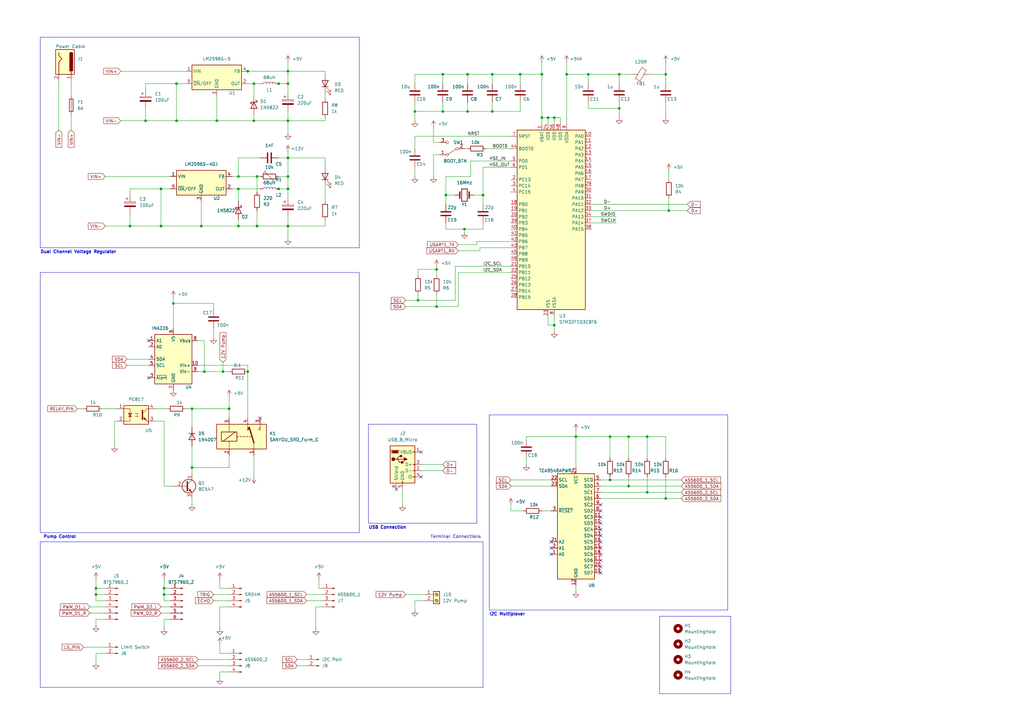
<source format=kicad_sch>
(kicad_sch (version 20230121) (generator eeschema)
  (paper "A3")
  (title_block (title "Tarantula One") (company "Swiss German University") (comment 1 "Modular Limb Controller") (comment 2 "MCU : ATMega328p"))
  (lib_symbols
    (symbol "Connector:Barrel_Jack" (pin_names (offset 1.016))
      (property "Reference" "J" (at 0 5.334 0))
      (property "Value" "Barrel_Jack" (at 0 -5.08 0))
      (symbol "Barrel_Jack_1_1"
        (pin passive line (at 7.62 2.54 180) (length 2.54) (name "~") (number "1"))
        (pin passive line (at 7.62 -2.54 180) (length 2.54) (name "~") (number "2"))
      )
    )
    (symbol "Connector:Conn_01x02_Pin" (pin_names (offset 1.016) hide)
      (property "Reference" "J" (at 0 2.54 0))
      (property "Value" "Conn_01x02_Pin" (at 0 -5.08 0))
      (symbol "Conn_01x02_Pin_1_1"
        (pin passive line (at 5.08 0 180) (length 3.81) (name "Pin_1") (number "1"))
        (pin passive line (at 5.08 -2.54 180) (length 3.81) (name "Pin_2") (number "2"))
      )
    )
    (symbol "Connector:Conn_01x04_Pin" (pin_names (offset 1.016) hide)
      (property "Reference" "J" (at 0 5.08 0))
      (property "Value" "Conn_01x04_Pin" (at 0 -7.62 0))
      (symbol "Conn_01x04_Pin_1_1"
        (pin passive line (at 5.08 2.54 180) (length 3.81) (name "Pin_1") (number "1"))
        (pin passive line (at 5.08 0 180) (length 3.81) (name "Pin_2") (number "2"))
        (pin passive line (at 5.08 -2.54 180) (length 3.81) (name "Pin_3") (number "3"))
        (pin passive line (at 5.08 -5.08 180) (length 3.81) (name "Pin_4") (number "4"))
      )
    )
    (symbol "Connector:Conn_01x06_Pin" (pin_names (offset 1.016) hide)
      (property "Reference" "J" (at 0 7.62 0))
      (property "Value" "Conn_01x06_Pin" (at 0 -10.16 0))
      (symbol "Conn_01x06_Pin_1_1"
        (pin passive line (at 5.08 5.08 180) (length 3.81) (name "Pin_1") (number "1"))
        (pin passive line (at 5.08 2.54 180) (length 3.81) (name "Pin_2") (number "2"))
        (pin passive line (at 5.08 0 180) (length 3.81) (name "Pin_3") (number "3"))
        (pin passive line (at 5.08 -2.54 180) (length 3.81) (name "Pin_4") (number "4"))
        (pin passive line (at 5.08 -5.08 180) (length 3.81) (name "Pin_5") (number "5"))
        (pin passive line (at 5.08 -7.62 180) (length 3.81) (name "Pin_6") (number "6"))
      )
    )
    (symbol "Connector:Screw_Terminal_01x02" (pin_names (offset 1.016) hide)
      (property "Reference" "J" (at 0 2.54 0))
      (property "Value" "Screw_Terminal_01x02" (at 0 -5.08 0))
      (symbol "Screw_Terminal_01x02_1_1"
        (pin passive line (at -5.08 0 0) (length 3.81) (name "Pin_1") (number "1"))
        (pin passive line (at -5.08 -2.54 0) (length 3.81) (name "Pin_2") (number "2"))
      )
    )
    (symbol "Connector:USB_B_Micro" (pin_names (offset 1.016))
      (property "Reference" "J" (at -5.08 11.43 0))
      (property "Value" "USB_B_Micro" (at -5.08 8.89 0))
      (symbol "USB_B_Micro_1_1"
        (pin power_out line (at 7.62 5.08 180) (length 2.54) (name "VBUS") (number "1"))
        (pin bidirectional line (at 7.62 -2.54 180) (length 2.54) (name "D-") (number "2"))
        (pin bidirectional line (at 7.62 0 180) (length 2.54) (name "D+") (number "3"))
        (pin passive line (at 7.62 -5.08 180) (length 2.54) (name "ID") (number "4"))
        (pin power_out line (at 0 -10.16 90) (length 2.54) (name "GND") (number "5"))
        (pin passive line (at -2.54 -10.16 90) (length 2.54) (name "Shield") (number "6"))
      )
    )
    (symbol "Device:C" (pin_numbers hide) (pin_names (offset 0.254))
      (property "Reference" "C" (at 0.635 2.54 0))
      (property "Value" "C" (at 0.635 -2.54 0))
      (symbol "C_1_1"
        (pin passive line (at 0 3.81 270) (length 2.794) (name "~") (number "1"))
        (pin passive line (at 0 -3.81 90) (length 2.794) (name "~") (number "2"))
      )
    )
    (symbol "Device:C_Polarized" (pin_numbers hide) (pin_names (offset 0.254))
      (property "Reference" "C" (at 0.635 2.54 0))
      (property "Value" "C_Polarized" (at 0.635 -2.54 0))
      (symbol "C_Polarized_1_1"
        (pin passive line (at 0 3.81 270) (length 2.794) (name "~") (number "1"))
        (pin passive line (at 0 -3.81 90) (length 2.794) (name "~") (number "2"))
      )
    )
    (symbol "Device:Crystal" (pin_numbers hide) (pin_names (offset 1.016) hide)
      (property "Reference" "Y" (at 0 3.81 0))
      (property "Value" "Crystal" (at 0 -3.81 0))
      (symbol "Crystal_1_1"
        (pin passive line (at -3.81 0 0) (length 1.27) (name "1") (number "1"))
        (pin passive line (at 3.81 0 180) (length 1.27) (name "2") (number "2"))
      )
    )
    (symbol "Device:D_Schottky" (pin_numbers hide) (pin_names (offset 1.016) hide)
      (property "Reference" "D" (at 0 2.54 0))
      (property "Value" "D_Schottky" (at 0 -2.54 0))
      (symbol "D_Schottky_1_1"
        (pin passive line (at -3.81 0 0) (length 2.54) (name "K") (number "1"))
        (pin passive line (at 3.81 0 180) (length 2.54) (name "A") (number "2"))
      )
    )
    (symbol "Device:FerriteBead" (pin_numbers hide) (pin_names (offset 0))
      (property "Reference" "FB" (at -3.81 0.635 90))
      (property "Value" "FerriteBead" (at 3.81 0 90))
      (symbol "FerriteBead_1_1"
        (pin passive line (at 0 3.81 270) (length 2.54) (name "~") (number "1"))
        (pin passive line (at 0 -3.81 90) (length 2.54) (name "~") (number "2"))
      )
    )
    (symbol "Device:Fuse" (pin_numbers hide) (pin_names (offset 0))
      (property "Reference" "F" (at 2.032 0 90))
      (property "Value" "Fuse" (at -1.905 0 90))
      (symbol "Fuse_1_1"
        (pin passive line (at 0 3.81 270) (length 1.27) (name "~") (number "1"))
        (pin passive line (at 0 -3.81 90) (length 1.27) (name "~") (number "2"))
      )
    )
    (symbol "Device:L" (pin_numbers hide) (pin_names (offset 1.016) hide)
      (property "Reference" "L" (at -1.27 0 90))
      (property "Value" "L" (at 1.905 0 90))
      (symbol "L_1_1"
        (pin passive line (at 0 3.81 270) (length 1.27) (name "1") (number "1"))
        (pin passive line (at 0 -3.81 90) (length 1.27) (name "2") (number "2"))
      )
    )
    (symbol "Device:LED" (pin_numbers hide) (pin_names (offset 1.016) hide)
      (property "Reference" "D" (at 0 2.54 0))
      (property "Value" "LED" (at 0 -2.54 0))
      (symbol "LED_1_1"
        (pin passive line (at -3.81 0 0) (length 2.54) (name "K") (number "1"))
        (pin passive line (at 3.81 0 180) (length 2.54) (name "A") (number "2"))
      )
    )
    (symbol "Device:R" (pin_numbers hide) (pin_names (offset 0))
      (property "Reference" "R" (at 2.032 0 90))
      (property "Value" "R" (at 0 0 90))
      (symbol "R_1_1"
        (pin passive line (at 0 3.81 270) (length 1.27) (name "~") (number "1"))
        (pin passive line (at 0 -3.81 90) (length 1.27) (name "~") (number "2"))
      )
    )
    (symbol "Device:R_Trim" (pin_numbers hide) (pin_names (offset 0))
      (property "Reference" "R" (at 2.54 -2.54 90))
      (property "Value" "R_Trim" (at -2.54 -0.635 90))
      (symbol "R_Trim_1_1"
        (pin passive line (at 0 3.81 270) (length 1.27) (name "~") (number "1"))
        (pin passive line (at 0 -3.81 90) (length 1.27) (name "~") (number "2"))
      )
    )
    (symbol "Diode:1N4007" (pin_numbers hide) (pin_names hide)
      (property "Reference" "D" (at 0 2.54 0))
      (property "Value" "1N4007" (at 0 -2.54 0))
      (symbol "1N4007_1_1"
        (pin passive line (at -3.81 0 0) (length 2.54) (name "K") (number "1"))
        (pin passive line (at 3.81 0 180) (length 2.54) (name "A") (number "2"))
      )
    )
    (symbol "Interface_Expansion:TCA9548APWR"
      (property "Reference" "U" (at -7.62 21.59 0))
      (property "Value" "TCA9548APWR" (at 1.016 21.59 0))
      (symbol "TCA9548APWR_1_1"
        (pin input line (at -10.16 -12.7 0) (length 2.54) (name "A0") (number "1"))
        (pin bidirectional line (at 10.16 0 180) (length 2.54) (name "SD3") (number "10"))
        (pin output line (at 10.16 2.54 180) (length 2.54) (name "SC3") (number "11"))
        (pin power_in line (at 0 -25.4 90) (length 2.54) (name "GND") (number "12"))
        (pin bidirectional line (at 10.16 -5.08 180) (length 2.54) (name "SD4") (number "13"))
        (pin output line (at 10.16 -2.54 180) (length 2.54) (name "SC4") (number "14"))
        (pin bidirectional line (at 10.16 -10.16 180) (length 2.54) (name "SD5") (number "15"))
        (pin output line (at 10.16 -7.62 180) (length 2.54) (name "SC5") (number "16"))
        (pin bidirectional line (at 10.16 -15.24 180) (length 2.54) (name "SD6") (number "17"))
        (pin output line (at 10.16 -12.7 180) (length 2.54) (name "SC6") (number "18"))
        (pin bidirectional line (at 10.16 -20.32 180) (length 2.54) (name "SD7") (number "19"))
        (pin input line (at -10.16 -10.16 0) (length 2.54) (name "A1") (number "2"))
        (pin output line (at 10.16 -17.78 180) (length 2.54) (name "SC7") (number "20"))
        (pin input line (at -10.16 -7.62 0) (length 2.54) (name "A2") (number "21"))
        (pin input line (at -10.16 17.78 0) (length 2.54) (name "SCL") (number "22"))
        (pin bidirectional line (at -10.16 15.24 0) (length 2.54) (name "SDA") (number "23"))
        (pin power_in line (at 0 22.86 270) (length 2.54) (name "VCC") (number "24"))
        (pin input line (at -10.16 5.08 0) (length 2.54) (name "~{RESET}") (number "3"))
        (pin bidirectional line (at 10.16 15.24 180) (length 2.54) (name "SD0") (number "4"))
        (pin output line (at 10.16 17.78 180) (length 2.54) (name "SC0") (number "5"))
        (pin bidirectional line (at 10.16 10.16 180) (length 2.54) (name "SD1") (number "6"))
        (pin output line (at 10.16 12.7 180) (length 2.54) (name "SC1") (number "7"))
        (pin bidirectional line (at 10.16 5.08 180) (length 2.54) (name "SD2") (number "8"))
        (pin output line (at 10.16 7.62 180) (length 2.54) (name "SC2") (number "9"))
      )
    )
    (symbol "Isolator:PC817" (pin_names (offset 1.016))
      (property "Reference" "U" (at -5.08 5.08 0))
      (property "Value" "PC817" (at 0 5.08 0))
      (symbol "PC817_1_1"
        (pin passive line (at -7.62 2.54 0) (length 2.54) (name "~") (number "1"))
        (pin passive line (at -7.62 -2.54 0) (length 2.54) (name "~") (number "2"))
        (pin passive line (at 7.62 -2.54 180) (length 2.54) (name "~") (number "3"))
        (pin passive line (at 7.62 2.54 180) (length 2.54) (name "~") (number "4"))
      )
    )
    (symbol "MCU_ST_STM32F1:STM32F103C8Tx"
      (property "Reference" "U" (at -12.7 39.37 0))
      (property "Value" "STM32F103C8Tx" (at 10.16 39.37 0))
      (symbol "STM32F103C8Tx_1_1"
        (pin power_in line (at -2.54 40.64 270) (length 2.54) (name "VBAT") (number "1"))
        (pin bidirectional line (at 17.78 35.56 180) (length 2.54) (name "PA0") (number "10"))
        (pin bidirectional line (at 17.78 33.02 180) (length 2.54) (name "PA1") (number "11"))
        (pin bidirectional line (at 17.78 30.48 180) (length 2.54) (name "PA2") (number "12"))
        (pin bidirectional line (at 17.78 27.94 180) (length 2.54) (name "PA3") (number "13"))
        (pin bidirectional line (at 17.78 25.4 180) (length 2.54) (name "PA4") (number "14"))
        (pin bidirectional line (at 17.78 22.86 180) (length 2.54) (name "PA5") (number "15"))
        (pin bidirectional line (at 17.78 20.32 180) (length 2.54) (name "PA6") (number "16"))
        (pin bidirectional line (at 17.78 17.78 180) (length 2.54) (name "PA7") (number "17"))
        (pin bidirectional line (at -15.24 7.62 0) (length 2.54) (name "PB0") (number "18"))
        (pin bidirectional line (at -15.24 5.08 0) (length 2.54) (name "PB1") (number "19"))
        (pin bidirectional line (at -15.24 17.78 0) (length 2.54) (name "PC13") (number "2"))
        (pin bidirectional line (at -15.24 2.54 0) (length 2.54) (name "PB2") (number "20"))
        (pin bidirectional line (at -15.24 -17.78 0) (length 2.54) (name "PB10") (number "21"))
        (pin bidirectional line (at -15.24 -20.32 0) (length 2.54) (name "PB11") (number "22"))
        (pin power_in line (at 0 -38.1 90) (length 2.54) (name "VSS") (number "23"))
        (pin power_in line (at 0 40.64 270) (length 2.54) (name "VDD") (number "24"))
        (pin bidirectional line (at -15.24 -22.86 0) (length 2.54) (name "PB12") (number "25"))
        (pin bidirectional line (at -15.24 -25.4 0) (length 2.54) (name "PB13") (number "26"))
        (pin bidirectional line (at -15.24 -27.94 0) (length 2.54) (name "PB14") (number "27"))
        (pin bidirectional line (at -15.24 -30.48 0) (length 2.54) (name "PB15") (number "28"))
        (pin bidirectional line (at 17.78 15.24 180) (length 2.54) (name "PA8") (number "29"))
        (pin bidirectional line (at -15.24 15.24 0) (length 2.54) (name "PC14") (number "3"))
        (pin bidirectional line (at 17.78 12.7 180) (length 2.54) (name "PA9") (number "30"))
        (pin bidirectional line (at 17.78 10.16 180) (length 2.54) (name "PA10") (number "31"))
        (pin bidirectional line (at 17.78 7.62 180) (length 2.54) (name "PA11") (number "32"))
        (pin bidirectional line (at 17.78 5.08 180) (length 2.54) (name "PA12") (number "33"))
        (pin bidirectional line (at 17.78 2.54 180) (length 2.54) (name "PA13") (number "34"))
        (pin passive line (at 0 -38.1 90) (length 2.54) hide (name "VSS") (number "35"))
        (pin power_in line (at 2.54 40.64 270) (length 2.54) (name "VDD") (number "36"))
        (pin bidirectional line (at 17.78 0 180) (length 2.54) (name "PA14") (number "37"))
        (pin bidirectional line (at 17.78 -2.54 180) (length 2.54) (name "PA15") (number "38"))
        (pin bidirectional line (at -15.24 0 0) (length 2.54) (name "PB3") (number "39"))
        (pin bidirectional line (at -15.24 12.7 0) (length 2.54) (name "PC15") (number "4"))
        (pin bidirectional line (at -15.24 -2.54 0) (length 2.54) (name "PB4") (number "40"))
        (pin bidirectional line (at -15.24 -5.08 0) (length 2.54) (name "PB5") (number "41"))
        (pin bidirectional line (at -15.24 -7.62 0) (length 2.54) (name "PB6") (number "42"))
        (pin bidirectional line (at -15.24 -10.16 0) (length 2.54) (name "PB7") (number "43"))
        (pin input line (at -15.24 30.48 0) (length 2.54) (name "BOOT0") (number "44"))
        (pin bidirectional line (at -15.24 -12.7 0) (length 2.54) (name "PB8") (number "45"))
        (pin bidirectional line (at -15.24 -15.24 0) (length 2.54) (name "PB9") (number "46"))
        (pin passive line (at 0 -38.1 90) (length 2.54) hide (name "VSS") (number "47"))
        (pin power_in line (at 5.08 40.64 270) (length 2.54) (name "VDD") (number "48"))
        (pin bidirectional line (at -15.24 25.4 0) (length 2.54) (name "PD0") (number "5"))
        (pin bidirectional line (at -15.24 22.86 0) (length 2.54) (name "PD1") (number "6"))
        (pin input line (at -15.24 35.56 0) (length 2.54) (name "NRST") (number "7"))
        (pin power_in line (at 2.54 -38.1 90) (length 2.54) (name "VSSA") (number "8"))
        (pin power_in line (at 7.62 40.64 270) (length 2.54) (name "VDDA") (number "9"))
      )
    )
    (symbol "Mechanical:MountingHole" (pin_names (offset 1.016))
      (property "Reference" "H" (at 0 5.08 0))
      (property "Value" "MountingHole" (at 0 3.175 0))
    )
    (symbol "Regulator_Switching:LM2596S-5"
      (property "Reference" "U" (at -10.16 6.35 0))
      (property "Value" "LM2596S-5" (at 0 6.35 0))
      (symbol "LM2596S-5_1_1"
        (pin power_in line (at -12.7 2.54 0) (length 2.54) (name "VIN") (number "1"))
        (pin output line (at 12.7 -2.54 180) (length 2.54) (name "OUT") (number "2"))
        (pin power_in line (at 0 -7.62 90) (length 2.54) (name "GND") (number "3"))
        (pin input line (at 12.7 2.54 180) (length 2.54) (name "FB") (number "4"))
        (pin input line (at -12.7 -2.54 0) (length 2.54) (name "~{ON}/OFF") (number "5"))
      )
    )
    (symbol "Regulator_Switching:LM2596S-ADJ"
      (property "Reference" "U" (at -10.16 6.35 0))
      (property "Value" "LM2596S-ADJ" (at 0 6.35 0))
      (symbol "LM2596S-ADJ_1_1"
        (pin power_in line (at -12.7 2.54 0) (length 2.54) (name "VIN") (number "1"))
        (pin output line (at 12.7 -2.54 180) (length 2.54) (name "OUT") (number "2"))
        (pin power_in line (at 0 -7.62 90) (length 2.54) (name "GND") (number "3"))
        (pin input line (at 12.7 2.54 180) (length 2.54) (name "FB") (number "4"))
        (pin input line (at -12.7 -2.54 0) (length 2.54) (name "~{ON}/OFF") (number "5"))
      )
    )
    (symbol "Relay:SANYOU_SRD_Form_C"
      (property "Reference" "K" (at 11.43 3.81 0))
      (property "Value" "SANYOU_SRD_Form_C" (at 11.43 1.27 0))
      (symbol "SANYOU_SRD_Form_C_1_1"
        (pin passive line (at 5.08 -7.62 90) (length 2.54) (name "~") (number "1"))
        (pin passive line (at -5.08 -7.62 90) (length 2.54) (name "~") (number "2"))
        (pin passive line (at 7.62 7.62 270) (length 2.54) (name "~") (number "3"))
        (pin passive line (at 2.54 7.62 270) (length 2.54) (name "~") (number "4"))
        (pin passive line (at -5.08 7.62 270) (length 2.54) (name "~") (number "5"))
      )
    )
    (symbol "Sensor_Energy:INA226"
      (property "Reference" "U" (at -6.35 11.43 0))
      (property "Value" "INA226" (at 3.81 11.43 0))
      (symbol "INA226_1_1"
        (pin input line (at 10.16 7.62 180) (length 2.54) (name "A1") (number "1"))
        (pin input line (at -10.16 -2.54 0) (length 2.54) (name "Vin+") (number "10"))
        (pin input line (at 10.16 5.08 180) (length 2.54) (name "A0") (number "2"))
        (pin open_collector line (at 10.16 -7.62 180) (length 2.54) (name "~{Alert}") (number "3"))
        (pin bidirectional line (at 10.16 0 180) (length 2.54) (name "SDA") (number "4"))
        (pin input line (at 10.16 -2.54 180) (length 2.54) (name "SCL") (number "5"))
        (pin power_in line (at 0 12.7 270) (length 2.54) (name "VS") (number "6"))
        (pin power_in line (at 0 -12.7 90) (length 2.54) (name "GND") (number "7"))
        (pin input line (at -10.16 7.62 0) (length 2.54) (name "Vbus") (number "8"))
        (pin input line (at -10.16 -5.08 0) (length 2.54) (name "Vin-") (number "9"))
      )
    )
    (symbol "Switch:SW_SPDT" (pin_names (offset 0) hide)
      (property "Reference" "SW" (at 0 4.318 0))
      (property "Value" "SW_SPDT" (at 0 -5.08 0))
      (symbol "SW_SPDT_1_1"
        (pin passive line (at 5.08 2.54 180) (length 2.54) (name "A") (number "1"))
        (pin passive line (at -5.08 0 0) (length 2.54) (name "B") (number "2"))
        (pin passive line (at 5.08 -2.54 180) (length 2.54) (name "C") (number "3"))
      )
    )
    (symbol "Transistor_BJT:BC547" (pin_names (offset 0) hide)
      (property "Reference" "Q" (at 5.08 1.905 0))
      (property "Value" "BC547" (at 5.08 0 0))
      (symbol "BC547_1_1"
        (pin passive line (at 2.54 5.08 270) (length 2.54) (name "C") (number "1"))
        (pin input line (at -5.08 0 0) (length 5.08) (name "B") (number "2"))
        (pin passive line (at 2.54 -5.08 90) (length 2.54) (name "E") (number "3"))
      )
    )
    (symbol "power:+12V" (power) (pin_names (offset 0))
      (property "Value" "+12V" (at 0 3.556 0))
      (symbol "+12V_1_1"
        (pin power_in line (at 0 0 90) (length 0) hide (name "+12V") (number "1"))
      )
    )
    (symbol "power:+5V" (power) (pin_names (offset 0))
      (property "Value" "+5V" (at 0 3.556 0))
      (symbol "+5V_1_1"
        (pin power_in line (at 0 0 90) (length 0) hide (name "+5V") (number "1"))
      )
    )
    (symbol "power:+5VA" (power) (pin_names (offset 0))
      (property "Value" "+5VA" (at 0 3.556 0))
      (symbol "+5VA_1_1"
        (pin power_in line (at 0 0 90) (length 0) hide (name "+5VA") (number "1"))
      )
    )
    (symbol "power:GND" (power) (pin_names (offset 0))
      (property "Value" "GND" (at 0 -3.81 0))
      (symbol "GND_1_1"
        (pin power_in line (at 0 0 270) (length 0) hide (name "GND") (number "1"))
      )
    )
  )
  (junction (at 190.5 93.98))
  (junction (at 97.79 77.47))
  (junction (at 114.3 34.29))
  (junction (at 265.43 179.07))
  (junction (at 182.88 80.01))
  (junction (at 101.6 152.4))
  (junction (at 118.11 72.39))
  (junction (at 181.61 45.72))
  (junction (at 78.74 167.64))
  (junction (at 101.6 29.21))
  (junction (at 83.82 152.4))
  (junction (at 232.41 30.48))
  (junction (at 257.81 179.07))
  (junction (at 118.11 34.29))
  (junction (at 105.41 72.39))
  (junction (at 66.04 77.47))
  (junction (at 222.25 30.48))
  (junction (at 66.04 92.71))
  (junction (at 118.11 49.53))
  (junction (at 93.98 167.64))
  (junction (at 273.05 204.47))
  (junction (at 114.3 77.47))
  (junction (at 71.12 124.46))
  (junction (at 254 44.45))
  (junction (at 198.12 80.01))
  (junction (at 274.32 86.36))
  (junction (at 201.93 30.48))
  (junction (at 39.37 241.3))
  (junction (at 118.11 64.77))
  (junction (at 191.77 30.48))
  (junction (at 191.77 45.72))
  (junction (at 105.41 92.71))
  (junction (at 241.3 30.48))
  (junction (at 72.39 49.53))
  (junction (at 170.18 45.72))
  (junction (at 72.39 34.29))
  (junction (at 118.11 29.21))
  (junction (at 97.79 92.71))
  (junction (at 67.31 241.3))
  (junction (at 201.93 45.72))
  (junction (at 104.14 34.29))
  (junction (at 250.19 196.85))
  (junction (at 224.79 48.26))
  (junction (at 97.79 72.39))
  (junction (at 82.55 92.71))
  (junction (at 179.07 125.73))
  (junction (at 171.45 123.19))
  (junction (at 179.07 110.49))
  (junction (at 67.31 243.84))
  (junction (at 91.44 152.4))
  (junction (at 257.81 199.39))
  (junction (at 59.69 49.53))
  (junction (at 213.36 30.48))
  (junction (at 227.33 133.35))
  (junction (at 53.34 92.71))
  (junction (at 118.11 77.47))
  (junction (at 104.14 49.53))
  (junction (at 250.19 179.07))
  (junction (at 265.43 201.93))
  (junction (at 39.37 243.84))
  (junction (at 236.22 179.07))
  (junction (at 118.11 92.71))
  (junction (at 254 30.48))
  (junction (at 181.61 30.48))
  (junction (at 222.25 48.26))
  (junction (at 78.74 191.77))
  (junction (at 227.33 48.26))
  (junction (at 273.05 30.48))
  (junction (at 88.9 49.53))
  (no_connect (at 172.72 195.58))
  (no_connect (at 246.38 234.95))
  (no_connect (at 246.38 229.87))
  (no_connect (at 106.68 171.45))
  (no_connect (at 226.06 227.33))
  (no_connect (at 246.38 227.33))
  (no_connect (at 246.38 217.17))
  (no_connect (at 246.38 219.71))
  (no_connect (at 246.38 212.09))
  (no_connect (at 226.06 224.79))
  (no_connect (at 246.38 222.25))
  (no_connect (at 246.38 224.79))
  (no_connect (at 246.38 207.01))
  (no_connect (at 246.38 232.41))
  (no_connect (at 246.38 209.55))
  (no_connect (at 60.96 154.94))
  (no_connect (at 172.72 185.42))
  (no_connect (at 60.96 139.7))
  (no_connect (at 246.38 214.63))
  (no_connect (at 162.56 200.66))
  (no_connect (at 226.06 222.25))
  (wire (pts (xy 43.18 254) (xy 39.37 254)))
  (wire (pts (xy 39.37 243.84) (xy 39.37 241.3)))
  (polyline (pts (xy 270.51 252.73) (xy 270.51 284.48)))
  (wire (pts (xy 166.37 123.19) (xy 171.45 123.19)))
  (wire (pts (xy 170.18 41.91) (xy 170.18 45.72)))
  (wire (pts (xy 97.79 64.77) (xy 97.79 72.39)))
  (wire (pts (xy 254 30.48) (xy 241.3 30.48)))
  (wire (pts (xy 118.11 25.4) (xy 118.11 29.21)))
  (wire (pts (xy 273.05 25.4) (xy 273.05 30.48)))
  (wire (pts (xy 227.33 133.35) (xy 227.33 135.89)))
  (wire (pts (xy 250.19 187.96) (xy 250.19 179.07)))
  (wire (pts (xy 87.63 243.84) (xy 93.98 243.84)))
  (wire (pts (xy 172.72 193.04) (xy 181.61 193.04)))
  (wire (pts (xy 36.83 251.46) (xy 43.18 251.46)))
  (wire (pts (xy 229.87 50.8) (xy 229.87 48.26)))
  (wire (pts (xy 83.82 152.4) (xy 91.44 152.4)))
  (wire (pts (xy 71.12 124.46) (xy 71.12 134.62)))
  (wire (pts (xy 246.38 199.39) (xy 257.81 199.39)))
  (wire (pts (xy 81.28 152.4) (xy 83.82 152.4)))
  (wire (pts (xy 118.11 49.53) (xy 104.14 49.53)))
  (wire (pts (xy 242.57 83.82) (xy 281.94 83.82)))
  (wire (pts (xy 53.34 92.71) (xy 66.04 92.71)))
  (wire (pts (xy 24.13 33.02) (xy 24.13 53.34)))
  (wire (pts (xy 190.5 95.25) (xy 190.5 93.98)))
  (wire (pts (xy 250.19 195.58) (xy 250.19 196.85)))
  (wire (pts (xy 59.69 34.29) (xy 72.39 34.29)))
  (wire (pts (xy 87.63 246.38) (xy 93.98 246.38)))
  (wire (pts (xy 97.79 77.47) (xy 97.79 82.55)))
  (wire (pts (xy 170.18 34.29) (xy 170.18 30.48)))
  (wire (pts (xy 254 41.91) (xy 254 44.45)))
  (wire (pts (xy 95.25 72.39) (xy 97.79 72.39)))
  (wire (pts (xy 190.5 93.98) (xy 198.12 93.98)))
  (wire (pts (xy 273.05 30.48) (xy 273.05 34.29)))
  (polyline (pts (xy 16.51 111.76) (xy 16.51 218.44)))
  (wire (pts (xy 246.38 204.47) (xy 273.05 204.47)))
  (wire (pts (xy 39.37 254) (xy 39.37 256.54)))
  (wire (pts (xy 257.81 199.39) (xy 279.4 199.39)))
  (wire (pts (xy 104.14 49.53) (xy 88.9 49.53)))
  (wire (pts (xy 118.11 64.77) (xy 118.11 72.39)))
  (wire (pts (xy 177.8 63.5) (xy 177.8 72.39)))
  (wire (pts (xy 273.05 179.07) (xy 265.43 179.07)))
  (wire (pts (xy 236.22 179.07) (xy 236.22 191.77)))
  (wire (pts (xy 254 44.45) (xy 254 48.26)))
  (wire (pts (xy 254 30.48) (xy 259.08 30.48)))
  (wire (pts (xy 265.43 201.93) (xy 279.4 201.93)))
  (polyline (pts (xy 16.51 101.6) (xy 16.51 15.24)))
  (wire (pts (xy 78.74 191.77) (xy 93.98 191.77)))
  (wire (pts (xy 199.39 60.96) (xy 209.55 60.96)))
  (wire (pts (xy 171.45 120.65) (xy 171.45 123.19)))
  (wire (pts (xy 121.92 273.05) (xy 125.73 273.05)))
  (wire (pts (xy 53.34 87.63) (xy 53.34 92.71)))
  (wire (pts (xy 227.33 48.26) (xy 229.87 48.26)))
  (wire (pts (xy 198.12 80.01) (xy 198.12 83.82)))
  (wire (pts (xy 246.38 196.85) (xy 250.19 196.85)))
  (wire (pts (xy 195.58 99.06) (xy 209.55 99.06)))
  (wire (pts (xy 170.18 60.96) (xy 170.18 55.88)))
  (wire (pts (xy 130.81 237.49) (xy 130.81 241.3)))
  (wire (pts (xy 63.5 167.64) (xy 68.58 167.64)))
  (wire (pts (xy 81.28 273.05) (xy 93.98 273.05)))
  (wire (pts (xy 118.11 34.29) (xy 114.3 34.29)))
  (wire (pts (xy 170.18 55.88) (xy 209.55 55.88)))
  (wire (pts (xy 105.41 72.39) (xy 106.68 72.39)))
  (polyline (pts (xy 147.32 218.44) (xy 16.51 218.44)))
  (wire (pts (xy 250.19 196.85) (xy 279.4 196.85)))
  (wire (pts (xy 53.34 77.47) (xy 66.04 77.47)))
  (wire (pts (xy 181.61 45.72) (xy 170.18 45.72)))
  (wire (pts (xy 133.35 90.17) (xy 133.35 92.71)))
  (polyline (pts (xy 198.12 281.94) (xy 16.51 281.94)))
  (wire (pts (xy 209.55 199.39) (xy 226.06 199.39)))
  (wire (pts (xy 93.98 248.92) (xy 90.17 248.92)))
  (polyline (pts (xy 16.51 222.25) (xy 17.78 222.25)))
  (wire (pts (xy 76.2 167.64) (xy 78.74 167.64)))
  (polyline (pts (xy 16.51 111.76) (xy 147.32 111.76)))
  (polyline (pts (xy 299.72 252.73) (xy 299.72 284.48)))
  (wire (pts (xy 273.05 187.96) (xy 273.05 179.07)))
  (wire (pts (xy 133.35 48.26) (xy 133.35 49.53)))
  (wire (pts (xy 170.18 246.38) (xy 170.18 250.19)))
  (wire (pts (xy 129.54 257.81) (xy 129.54 248.92)))
  (wire (pts (xy 133.35 68.58) (xy 133.35 64.77)))
  (wire (pts (xy 39.37 241.3) (xy 43.18 241.3)))
  (wire (pts (xy 224.79 129.54) (xy 224.79 133.35)))
  (wire (pts (xy 182.88 91.44) (xy 182.88 93.98)))
  (wire (pts (xy 78.74 175.26) (xy 78.74 167.64)))
  (wire (pts (xy 59.69 36.83) (xy 59.69 34.29)))
  (wire (pts (xy 59.69 44.45) (xy 59.69 49.53)))
  (wire (pts (xy 43.18 246.38) (xy 39.37 246.38)))
  (wire (pts (xy 41.91 167.64) (xy 48.26 167.64)))
  (wire (pts (xy 78.74 167.64) (xy 93.98 167.64)))
  (wire (pts (xy 171.45 110.49) (xy 179.07 110.49)))
  (wire (pts (xy 222.25 48.26) (xy 222.25 50.8)))
  (wire (pts (xy 201.93 45.72) (xy 191.77 45.72)))
  (wire (pts (xy 241.3 34.29) (xy 241.3 30.48)))
  (polyline (pts (xy 195.58 214.63) (xy 151.13 214.63)))
  (wire (pts (xy 266.7 30.48) (xy 273.05 30.48)))
  (wire (pts (xy 118.11 49.53) (xy 118.11 54.61)))
  (polyline (pts (xy 299.72 252.73) (xy 270.51 252.73)))
  (wire (pts (xy 254 34.29) (xy 254 30.48)))
  (wire (pts (xy 224.79 50.8) (xy 224.79 48.26)))
  (wire (pts (xy 72.39 49.53) (xy 88.9 49.53)))
  (wire (pts (xy 81.28 139.7) (xy 83.82 139.7)))
  (wire (pts (xy 69.85 246.38) (xy 67.31 246.38)))
  (wire (pts (xy 67.31 243.84) (xy 67.31 241.3)))
  (wire (pts (xy 187.96 100.33) (xy 195.58 100.33)))
  (wire (pts (xy 180.34 63.5) (xy 177.8 63.5)))
  (wire (pts (xy 87.63 134.62) (xy 87.63 138.43)))
  (wire (pts (xy 91.44 148.59) (xy 91.44 152.4)))
  (wire (pts (xy 232.41 30.48) (xy 241.3 30.48)))
  (wire (pts (xy 198.12 68.58) (xy 209.55 68.58)))
  (wire (pts (xy 104.14 186.69) (xy 104.14 195.58)))
  (wire (pts (xy 104.14 46.99) (xy 104.14 49.53)))
  (wire (pts (xy 113.03 77.47) (xy 114.3 77.47)))
  (wire (pts (xy 201.93 30.48) (xy 213.36 30.48)))
  (wire (pts (xy 129.54 248.92) (xy 132.08 248.92)))
  (polyline (pts (xy 147.32 15.24) (xy 147.32 101.6)))
  (wire (pts (xy 201.93 34.29) (xy 201.93 30.48)))
  (wire (pts (xy 66.04 92.71) (xy 82.55 92.71)))
  (wire (pts (xy 46.99 172.72) (xy 48.26 172.72)))
  (wire (pts (xy 43.18 243.84) (xy 39.37 243.84)))
  (wire (pts (xy 43.18 92.71) (xy 53.34 92.71)))
  (wire (pts (xy 72.39 34.29) (xy 72.39 49.53)))
  (wire (pts (xy 182.88 93.98) (xy 190.5 93.98)))
  (wire (pts (xy 133.35 30.48) (xy 133.35 29.21)))
  (wire (pts (xy 71.12 124.46) (xy 87.63 124.46)))
  (wire (pts (xy 171.45 113.03) (xy 171.45 110.49)))
  (wire (pts (xy 222.25 209.55) (xy 226.06 209.55)))
  (wire (pts (xy 170.18 45.72) (xy 170.18 49.53)))
  (wire (pts (xy 29.21 33.02) (xy 29.21 39.37)))
  (wire (pts (xy 177.8 52.07) (xy 177.8 58.42)))
  (wire (pts (xy 49.53 49.53) (xy 59.69 49.53)))
  (wire (pts (xy 118.11 64.77) (xy 133.35 64.77)))
  (wire (pts (xy 273.05 195.58) (xy 273.05 204.47)))
  (wire (pts (xy 105.41 92.71) (xy 118.11 92.71)))
  (polyline (pts (xy 200.66 170.18) (xy 298.45 170.18)))
  (wire (pts (xy 196.85 101.6) (xy 196.85 102.87)))
  (wire (pts (xy 46.99 182.88) (xy 46.99 172.72)))
  (wire (pts (xy 97.79 92.71) (xy 82.55 92.71)))
  (wire (pts (xy 273.05 204.47) (xy 279.4 204.47)))
  (wire (pts (xy 222.25 30.48) (xy 222.25 48.26)))
  (wire (pts (xy 133.35 92.71) (xy 118.11 92.71)))
  (wire (pts (xy 186.69 109.22) (xy 209.55 109.22)))
  (wire (pts (xy 179.07 120.65) (xy 179.07 125.73)))
  (wire (pts (xy 93.98 241.3) (xy 90.17 241.3)))
  (polyline (pts (xy 147.32 111.76) (xy 147.32 218.44)))
  (wire (pts (xy 222.25 25.4) (xy 222.25 30.48)))
  (wire (pts (xy 29.21 46.99) (xy 29.21 53.34)))
  (wire (pts (xy 215.9 187.96) (xy 215.9 190.5)))
  (wire (pts (xy 241.3 44.45) (xy 254 44.45)))
  (wire (pts (xy 81.28 149.86) (xy 101.6 149.86)))
  (wire (pts (xy 215.9 180.34) (xy 215.9 179.07)))
  (wire (pts (xy 118.11 77.47) (xy 114.3 77.47)))
  (wire (pts (xy 171.45 123.19) (xy 186.69 123.19)))
  (wire (pts (xy 118.11 45.72) (xy 118.11 49.53)))
  (wire (pts (xy 87.63 124.46) (xy 87.63 127)))
  (wire (pts (xy 34.29 265.43) (xy 43.18 265.43)))
  (wire (pts (xy 232.41 30.48) (xy 232.41 50.8)))
  (wire (pts (xy 90.17 264.16) (xy 90.17 267.97)))
  (wire (pts (xy 39.37 246.38) (xy 39.37 243.84)))
  (wire (pts (xy 187.96 111.76) (xy 209.55 111.76)))
  (wire (pts (xy 101.6 29.21) (xy 118.11 29.21)))
  (wire (pts (xy 193.04 72.39) (xy 182.88 72.39)))
  (wire (pts (xy 90.17 275.59) (xy 90.17 278.13)))
  (wire (pts (xy 101.6 149.86) (xy 101.6 152.4)))
  (wire (pts (xy 63.5 172.72) (xy 67.31 172.72)))
  (wire (pts (xy 242.57 88.9) (xy 252.73 88.9)))
  (wire (pts (xy 83.82 139.7) (xy 83.82 152.4)))
  (wire (pts (xy 274.32 86.36) (xy 281.94 86.36)))
  (polyline (pts (xy 151.13 173.99) (xy 151.13 214.63)))
  (wire (pts (xy 93.98 191.77) (xy 93.98 186.69)))
  (wire (pts (xy 213.36 30.48) (xy 222.25 30.48)))
  (wire (pts (xy 121.92 270.51) (xy 125.73 270.51)))
  (wire (pts (xy 39.37 237.49) (xy 39.37 241.3)))
  (wire (pts (xy 118.11 77.47) (xy 118.11 81.28)))
  (wire (pts (xy 242.57 91.44) (xy 252.73 91.44)))
  (wire (pts (xy 182.88 80.01) (xy 182.88 83.82)))
  (wire (pts (xy 113.03 34.29) (xy 114.3 34.29)))
  (wire (pts (xy 106.68 64.77) (xy 97.79 64.77)))
  (wire (pts (xy 224.79 48.26) (xy 222.25 48.26)))
  (wire (pts (xy 105.41 72.39) (xy 105.41 78.74)))
  (wire (pts (xy 265.43 187.96) (xy 265.43 179.07)))
  (wire (pts (xy 213.36 45.72) (xy 201.93 45.72)))
  (wire (pts (xy 67.31 241.3) (xy 69.85 241.3)))
  (wire (pts (xy 209.55 196.85) (xy 226.06 196.85)))
  (wire (pts (xy 118.11 29.21) (xy 118.11 34.29)))
  (wire (pts (xy 66.04 77.47) (xy 66.04 92.71)))
  (wire (pts (xy 31.75 167.64) (xy 34.29 167.64)))
  (wire (pts (xy 53.34 80.01) (xy 53.34 77.47)))
  (wire (pts (xy 186.69 123.19) (xy 186.69 109.22)))
  (wire (pts (xy 179.07 109.22) (xy 179.07 110.49)))
  (wire (pts (xy 187.96 125.73) (xy 187.96 111.76)))
  (wire (pts (xy 181.61 34.29) (xy 181.61 30.48)))
  (wire (pts (xy 191.77 30.48) (xy 201.93 30.48)))
  (wire (pts (xy 118.11 92.71) (xy 118.11 97.79)))
  (wire (pts (xy 173.99 246.38) (xy 170.18 246.38)))
  (wire (pts (xy 133.35 49.53) (xy 118.11 49.53)))
  (wire (pts (xy 201.93 41.91) (xy 201.93 45.72)))
  (polyline (pts (xy 147.32 101.6) (xy 16.51 101.6)))
  (wire (pts (xy 191.77 41.91) (xy 191.77 45.72)))
  (wire (pts (xy 88.9 49.53) (xy 88.9 39.37)))
  (wire (pts (xy 90.17 248.92) (xy 90.17 257.81)))
  (wire (pts (xy 215.9 179.07) (xy 236.22 179.07)))
  (wire (pts (xy 67.31 172.72) (xy 67.31 199.39)))
  (wire (pts (xy 67.31 199.39) (xy 71.12 199.39)))
  (polyline (pts (xy 198.12 222.25) (xy 198.12 281.94)))
  (wire (pts (xy 257.81 187.96) (xy 257.81 179.07)))
  (wire (pts (xy 227.33 50.8) (xy 227.33 48.26)))
  (wire (pts (xy 236.22 240.03) (xy 236.22 242.57)))
  (wire (pts (xy 118.11 62.23) (xy 118.11 64.77)))
  (wire (pts (xy 209.55 101.6) (xy 196.85 101.6)))
  (wire (pts (xy 179.07 110.49) (xy 179.07 113.03)))
  (wire (pts (xy 166.37 243.84) (xy 173.99 243.84)))
  (wire (pts (xy 265.43 179.07) (xy 257.81 179.07)))
  (wire (pts (xy 101.6 34.29) (xy 104.14 34.29)))
  (wire (pts (xy 90.17 267.97) (xy 93.98 267.97)))
  (wire (pts (xy 78.74 191.77) (xy 78.74 194.31)))
  (wire (pts (xy 71.12 121.92) (xy 71.12 124.46)))
  (wire (pts (xy 125.73 246.38) (xy 132.08 246.38)))
  (wire (pts (xy 232.41 25.4) (xy 232.41 30.48)))
  (wire (pts (xy 97.79 72.39) (xy 105.41 72.39)))
  (wire (pts (xy 165.1 200.66) (xy 165.1 207.01)))
  (wire (pts (xy 97.79 92.71) (xy 105.41 92.71)))
  (wire (pts (xy 177.8 58.42) (xy 180.34 58.42)))
  (wire (pts (xy 95.25 77.47) (xy 97.79 77.47)))
  (wire (pts (xy 179.07 125.73) (xy 187.96 125.73)))
  (wire (pts (xy 172.72 190.5) (xy 181.61 190.5)))
  (wire (pts (xy 52.07 149.86) (xy 60.96 149.86)))
  (wire (pts (xy 114.3 72.39) (xy 118.11 72.39)))
  (wire (pts (xy 125.73 243.84) (xy 132.08 243.84)))
  (wire (pts (xy 69.85 254) (xy 67.31 254)))
  (wire (pts (xy 97.79 90.17) (xy 97.79 92.71)))
  (polyline (pts (xy 16.51 15.24) (xy 20.32 15.24)))
  (wire (pts (xy 196.85 102.87) (xy 187.96 102.87)))
  (wire (pts (xy 118.11 72.39) (xy 118.11 77.47)))
  (wire (pts (xy 236.22 176.53) (xy 236.22 179.07)))
  (wire (pts (xy 69.85 77.47) (xy 66.04 77.47)))
  (wire (pts (xy 246.38 201.93) (xy 265.43 201.93)))
  (wire (pts (xy 114.3 64.77) (xy 118.11 64.77)))
  (wire (pts (xy 273.05 41.91) (xy 273.05 48.26)))
  (wire (pts (xy 105.41 86.36) (xy 105.41 92.71)))
  (wire (pts (xy 182.88 72.39) (xy 182.88 80.01)))
  (wire (pts (xy 36.83 248.92) (xy 43.18 248.92)))
  (wire (pts (xy 274.32 69.85) (xy 274.32 73.66)))
  (wire (pts (xy 93.98 162.56) (xy 93.98 167.64)))
  (wire (pts (xy 227.33 48.26) (xy 224.79 48.26)))
  (wire (pts (xy 193.04 66.04) (xy 209.55 66.04)))
  (wire (pts (xy 67.31 254) (xy 67.31 257.81)))
  (wire (pts (xy 213.36 41.91) (xy 213.36 45.72)))
  (wire (pts (xy 49.53 29.21) (xy 76.2 29.21)))
  (wire (pts (xy 69.85 243.84) (xy 67.31 243.84)))
  (wire (pts (xy 227.33 129.54) (xy 227.33 133.35)))
  (polyline (pts (xy 298.45 250.19) (xy 200.66 250.19)))
  (wire (pts (xy 39.37 267.97) (xy 39.37 271.78)))
  (wire (pts (xy 59.69 49.53) (xy 72.39 49.53)))
  (wire (pts (xy 182.88 80.01) (xy 186.69 80.01)))
  (wire (pts (xy 81.28 270.51) (xy 93.98 270.51)))
  (polyline (pts (xy 270.51 284.48) (xy 299.72 284.48)))
  (wire (pts (xy 166.37 125.73) (xy 179.07 125.73)))
  (wire (pts (xy 67.31 237.49) (xy 67.31 241.3)))
  (wire (pts (xy 104.14 34.29) (xy 104.14 39.37)))
  (wire (pts (xy 97.79 77.47) (xy 106.68 77.47)))
  (wire (pts (xy 93.98 167.64) (xy 93.98 171.45)))
  (wire (pts (xy 257.81 179.07) (xy 250.19 179.07)))
  (wire (pts (xy 170.18 68.58) (xy 170.18 72.39)))
  (wire (pts (xy 195.58 100.33) (xy 195.58 99.06)))
  (wire (pts (xy 118.11 88.9) (xy 118.11 92.71)))
  (wire (pts (xy 78.74 204.47) (xy 78.74 207.01)))
  (wire (pts (xy 181.61 41.91) (xy 181.61 45.72)))
  (wire (pts (xy 198.12 93.98) (xy 198.12 91.44)))
  (wire (pts (xy 242.57 86.36) (xy 274.32 86.36)))
  (wire (pts (xy 52.07 147.32) (xy 60.96 147.32)))
  (wire (pts (xy 76.2 34.29) (xy 72.39 34.29)))
  (wire (pts (xy 193.04 66.04) (xy 193.04 72.39)))
  (wire (pts (xy 265.43 195.58) (xy 265.43 201.93)))
  (wire (pts (xy 90.17 241.3) (xy 90.17 237.49)))
  (polyline (pts (xy 16.51 281.94) (xy 16.51 222.25)))
  (wire (pts (xy 66.04 251.46) (xy 69.85 251.46)))
  (wire (pts (xy 133.35 38.1) (xy 133.35 40.64)))
  (polyline (pts (xy 17.78 222.25) (xy 198.12 222.25)))
  (wire (pts (xy 170.18 30.48) (xy 181.61 30.48)))
  (wire (pts (xy 257.81 195.58) (xy 257.81 199.39)))
  (wire (pts (xy 118.11 34.29) (xy 118.11 38.1)))
  (wire (pts (xy 250.19 179.07) (xy 236.22 179.07)))
  (wire (pts (xy 101.6 152.4) (xy 101.6 171.45)))
  (wire (pts (xy 181.61 30.48) (xy 191.77 30.48)))
  (wire (pts (xy 191.77 45.72) (xy 181.61 45.72)))
  (polyline (pts (xy 298.45 170.18) (xy 298.45 250.19)))
  (wire (pts (xy 213.36 34.29) (xy 213.36 30.48)))
  (wire (pts (xy 67.31 246.38) (xy 67.31 243.84)))
  (wire (pts (xy 82.55 92.71) (xy 82.55 82.55)))
  (polyline (pts (xy 195.58 173.99) (xy 195.58 214.63)))
  (wire (pts (xy 198.12 68.58) (xy 198.12 80.01)))
  (wire (pts (xy 93.98 275.59) (xy 90.17 275.59)))
  (wire (pts (xy 133.35 76.2) (xy 133.35 82.55)))
  (wire (pts (xy 43.18 72.39) (xy 69.85 72.39)))
  (wire (pts (xy 241.3 41.91) (xy 241.3 44.45)))
  (wire (pts (xy 91.44 152.4) (xy 93.98 152.4)))
  (wire (pts (xy 194.31 80.01) (xy 198.12 80.01)))
  (wire (pts (xy 100.33 29.21) (xy 101.6 29.21)))
  (wire (pts (xy 190.5 60.96) (xy 191.77 60.96)))
  (wire (pts (xy 104.14 34.29) (xy 106.68 34.29)))
  (polyline (pts (xy 151.13 173.99) (xy 195.58 173.99)))
  (wire (pts (xy 209.55 209.55) (xy 214.63 209.55)))
  (polyline (pts (xy 200.66 170.18) (xy 200.66 250.19)))
  (polyline (pts (xy 20.32 15.24) (xy 147.32 15.24)))
  (wire (pts (xy 274.32 81.28) (xy 274.32 86.36)))
  (wire (pts (xy 191.77 34.29) (xy 191.77 30.48)))
  (wire (pts (xy 130.81 241.3) (xy 132.08 241.3)))
  (wire (pts (xy 224.79 133.35) (xy 227.33 133.35)))
  (wire (pts (xy 118.11 29.21) (xy 133.35 29.21)))
  (wire (pts (xy 66.04 248.92) (xy 69.85 248.92)))
  (wire (pts (xy 43.18 267.97) (xy 39.37 267.97)))
  (wire (pts (xy 78.74 182.88) (xy 78.74 191.77)))
  (wire (pts (xy 209.55 207.01) (xy 209.55 209.55)))
  (text "I2C Multiplexer" (at 200.66 252.73 0) (effects (font (size 1.27 1.27) (thickness 0.254) bold) (justify left bottom)))
  (text "Dual Channel Voltage Regulator" (at 16.51 104.14 0) (effects (font (size 1.27 1.27) (thickness 0.254) bold) (justify left bottom)))
  (text "USB Connection" (at 151.13 217.17 0) (effects (font (size 1.27 1.27) (thickness 0.254) bold) (justify left bottom)))
  (text "Terminal Connections" (at 176.53 220.98 0) (effects (font (size 1.27 1.27)) (justify left bottom)))
  (text "Pump Control" (at 17.78 220.98 0) (effects (font (size 1.27 1.27) (thickness 0.254) bold) (justify left bottom)))
  (label "D+" (at 247.65 86.36 0))
  (label "SWCLK" (at 246.38 91.44 0))
  (label "HSE_OUT" (at 200.66 68.58 0))
  (label "BOOT0" (at 201.93 60.96 0))
  (label "D-" (at 247.65 83.82 0))
  (label "HSE_IN" (at 200.66 66.04 0))
  (label "SWDIO" (at 246.38 88.9 0))
  (label "I2C_SCL" (at 198.12 109.22 0))
  (label "I2C_SDA" (at 198.12 111.76 0))
  (label "NRST" (at 191.77 55.88 0))
  (global_label "SCL" (shape input) (at 121.92 270.51 180) (property "Intersheetrefs" "${INTERSHEET_REFS}" (effects hide)))
  (global_label "12V Pump" (shape input) (at 91.44 148.59 90) (property "Intersheetrefs" "${INTERSHEET_REFS}" (effects hide)))
  (global_label "AS5600_1_SDA" (shape input) (at 279.4 199.39 0) (property "Intersheetrefs" "${INTERSHEET_REFS}" (effects hide)))
  (global_label "TRIG" (shape input) (at 87.63 243.84 180) (property "Intersheetrefs" "${INTERSHEET_REFS}" (effects hide)))
  (global_label "AS5600_2_SCL" (shape input) (at 279.4 201.93 0) (property "Intersheetrefs" "${INTERSHEET_REFS}" (effects hide)))
  (global_label "VIN-" (shape input) (at 43.18 92.71 180) (property "Intersheetrefs" "${INTERSHEET_REFS}" (effects hide)))
  (global_label "D+" (shape input) (at 281.94 86.36 0) (property "Intersheetrefs" "${INTERSHEET_REFS}" (effects hide)))
  (global_label "D+" (shape input) (at 181.61 190.5 0) (property "Intersheetrefs" "${INTERSHEET_REFS}" (effects hide)))
  (global_label "PWM_D1_L" (shape input) (at 36.83 248.92 180) (property "Intersheetrefs" "${INTERSHEET_REFS}" (effects hide)))
  (global_label "PWM_D1_R" (shape input) (at 36.83 251.46 180) (property "Intersheetrefs" "${INTERSHEET_REFS}" (effects hide)))
  (global_label "VIN+" (shape input) (at 43.18 72.39 180) (property "Intersheetrefs" "${INTERSHEET_REFS}" (effects hide)))
  (global_label "AS5600_1_SDA" (shape input) (at 125.73 246.38 180) (property "Intersheetrefs" "${INTERSHEET_REFS}" (effects hide)))
  (global_label "AS5600_2_SCL" (shape input) (at 81.28 270.51 180) (property "Intersheetrefs" "${INTERSHEET_REFS}" (effects hide)))
  (global_label "PWM_D2_R" (shape input) (at 66.04 251.46 180) (property "Intersheetrefs" "${INTERSHEET_REFS}" (effects hide)))
  (global_label "LS_PIN" (shape input) (at 34.29 265.43 180) (property "Intersheetrefs" "${INTERSHEET_REFS}" (effects hide)))
  (global_label "VIN-" (shape input) (at 49.53 49.53 180) (property "Intersheetrefs" "${INTERSHEET_REFS}" (effects hide)))
  (global_label "SDA" (shape input) (at 166.37 125.73 180) (property "Intersheetrefs" "${INTERSHEET_REFS}" (effects hide)))
  (global_label "SCL" (shape input) (at 52.07 149.86 180) (property "Intersheetrefs" "${INTERSHEET_REFS}" (effects hide)))
  (global_label "AS5600_2_SDA" (shape input) (at 81.28 273.05 180) (property "Intersheetrefs" "${INTERSHEET_REFS}" (effects hide)))
  (global_label "USART1_RX" (shape input) (at 187.96 102.87 180) (property "Intersheetrefs" "${INTERSHEET_REFS}" (effects hide)))
  (global_label "SCL" (shape input) (at 166.37 123.19 180) (property "Intersheetrefs" "${INTERSHEET_REFS}" (effects hide)))
  (global_label "AS5600_1_SCL" (shape input) (at 125.73 243.84 180) (property "Intersheetrefs" "${INTERSHEET_REFS}" (effects hide)))
  (global_label "VIN+" (shape input) (at 29.21 53.34 270) (property "Intersheetrefs" "${INTERSHEET_REFS}" (effects hide)))
  (global_label "PWM_D2_L" (shape input) (at 66.04 248.92 180) (property "Intersheetrefs" "${INTERSHEET_REFS}" (effects hide)))
  (global_label "VIN-" (shape input) (at 24.13 53.34 270) (property "Intersheetrefs" "${INTERSHEET_REFS}" (effects hide)))
  (global_label "ECHO" (shape input) (at 87.63 246.38 180) (property "Intersheetrefs" "${INTERSHEET_REFS}" (effects hide)))
  (global_label "USART1_TX" (shape input) (at 187.96 100.33 180) (property "Intersheetrefs" "${INTERSHEET_REFS}" (effects hide)))
  (global_label "12V Pump" (shape input) (at 166.37 243.84 180) (property "Intersheetrefs" "${INTERSHEET_REFS}" (effects hide)))
  (global_label "D-" (shape input) (at 281.94 83.82 0) (property "Intersheetrefs" "${INTERSHEET_REFS}" (effects hide)))
  (global_label "AS5600_1_SCL" (shape input) (at 279.4 196.85 0) (property "Intersheetrefs" "${INTERSHEET_REFS}" (effects hide)))
  (global_label "VIN+" (shape input) (at 49.53 29.21 180) (property "Intersheetrefs" "${INTERSHEET_REFS}" (effects hide)))
  (global_label "D-" (shape input) (at 181.61 193.04 0) (property "Intersheetrefs" "${INTERSHEET_REFS}" (effects hide)))
  (global_label "SDA" (shape input) (at 121.92 273.05 180) (property "Intersheetrefs" "${INTERSHEET_REFS}" (effects hide)))
  (global_label "SDA" (shape input) (at 209.55 199.39 180) (property "Intersheetrefs" "${INTERSHEET_REFS}" (effects hide)))
  (global_label "AS5600_2_SDA" (shape input) (at 279.4 204.47 0) (property "Intersheetrefs" "${INTERSHEET_REFS}" (effects hide)))
  (global_label "SCL" (shape input) (at 209.55 196.85 180) (property "Intersheetrefs" "${INTERSHEET_REFS}" (effects hide)))
  (global_label "RELAY_PIN" (shape input) (at 31.75 167.64 180) (property "Intersheetrefs" "${INTERSHEET_REFS}" (effects hide)))
  (global_label "SDA" (shape input) (at 52.07 147.32 180) (property "Intersheetrefs" "${INTERSHEET_REFS}" (effects hide)))
  (symbol (lib_id "Relay:SANYOU_SRD_Form_C") (at 99.06 179.07 0) (unit 1)
    (property "Reference" "K1" (at 110.49 177.8 0) (effects (justify left)))
    (property "Value" "SANYOU_SRD_Form_C" (at 110.49 180.34 0) (effects (justify left)))
    (property "Footprint" "Relay_THT:Relay_SPDT_SANYOU_SRD_Series_Form_C" (effects hide))
    (property "Datasheet" "http://www.sanyourelay.ca/public/products/pdf/SRD.pdf" (effects hide))
  )
  (symbol (lib_id "power:+5V") (at 236.22 176.53 0) (unit 1)
    (property "Reference" "#PWR033" (effects hide))
    (property "Value" "+5V" (at 240.03 175.26 0))
  )
  (symbol (lib_id "power:GND") (at 227.33 135.89 0) (unit 1)
    (property "Reference" "#PWR05" (effects hide))
    (property "Value" "GND" (effects hide))
  )
  (symbol (lib_id "Mechanical:MountingHole") (at 278.13 270.51 0) (unit 1)
    (property "Reference" "H3" (at 280.67 269.24 0) (effects (justify left)))
    (property "Value" "MountingHole" (at 280.67 271.78 0) (effects (justify left)))
    (property "Footprint" "MountingHole:MountingHole_3mm" (effects hide))
  )
  (symbol (lib_id "Connector:Conn_01x04_Pin") (at 137.16 243.84 0) (mirror y) (unit 1)
    (property "Reference" "J7" (at 138.43 246.38 0) (effects (justify right)))
    (property "Value" "AS5600_1" (at 138.43 243.84 0) (effects (justify right)))
  )
  (symbol (lib_id "power:GND") (at 254 48.26 0) (unit 1)
    (property "Reference" "#PWR09" (effects hide))
    (property "Value" "GND" (effects hide))
  )
  (symbol (lib_id "Connector:Conn_01x02_Pin") (at 130.81 270.51 0) (mirror y) (unit 1)
    (property "Reference" "J9" (at 132.08 273.05 0) (effects (justify right)))
    (property "Value" "I2C Port" (at 132.08 270.51 0) (effects (justify right)))
  )
  (symbol (lib_id "power:GND") (at 177.8 72.39 0) (unit 1)
    (property "Reference" "#PWR012" (effects hide))
    (property "Value" "GND" (effects hide))
  )
  (symbol (lib_id "power:GND") (at 129.54 257.81 0) (unit 1)
    (property "Reference" "#PWR038" (effects hide))
    (property "Value" "GND" (effects hide))
  )
  (symbol (lib_id "Regulator_Switching:LM2596S-5") (at 88.9 31.75 0) (unit 1)
    (property "Reference" "U1" (at 95.25 38.1 0))
    (property "Value" "LM2596S-5" (at 88.9 24.13 0))
    (property "Footprint" "Package_TO_SOT_SMD:TO-263-5_TabPin3" (effects hide))
    (property "Datasheet" "http://www.ti.com/lit/ds/symlink/lm2596.pdf" (effects hide))
  )
  (symbol (lib_id "Device:R") (at 171.45 116.84 0) (unit 1)
    (property "Reference" "R5" (at 173.99 118.11 0) (effects (justify left)))
    (property "Value" "10k" (at 173.99 115.57 0) (effects (justify left)))
    (property "Footprint" "Resistor_SMD:R_0805_2012Metric" (effects hide))
  )
  (symbol (lib_id "Device:Fuse") (at 29.21 43.18 0) (unit 1)
    (property "Reference" "F1" (at 31.75 41.91 0) (effects (justify left)))
    (property "Value" "6A" (at 31.75 44.45 0) (effects (justify left)))
  )
  (symbol (lib_id "power:+5VA") (at 232.41 25.4 0) (unit 1)
    (property "Reference" "#PWR010" (effects hide))
    (property "Value" "+5VA" (at 236.22 24.13 0))
  )
  (symbol (lib_id "Device:C") (at 201.93 38.1 0) (unit 1)
    (property "Reference" "C7" (at 204.47 40.64 0))
    (property "Value" "100n" (at 198.12 35.56 0))
  )
  (symbol (lib_id "Connector:Conn_01x02_Pin") (at 48.26 265.43 0) (mirror y) (unit 1)
    (property "Reference" "J6" (at 49.53 267.97 0) (effects (justify right)))
    (property "Value" "Limit Switch" (at 49.53 265.43 0) (effects (justify right)))
  )
  (symbol (lib_id "power:+5V") (at 118.11 25.4 0) (unit 1)
    (property "Reference" "#PWR01" (effects hide))
    (property "Value" "+5V" (at 121.92 24.13 0))
  )
  (symbol (lib_id "Device:R") (at 38.1 167.64 90) (unit 1)
    (property "Reference" "R10" (at 41.91 170.18 90) (effects (justify left)))
    (property "Value" "1k" (at 39.37 165.1 90) (effects (justify left)))
    (property "Footprint" "Resistor_SMD:R_0805_2012Metric" (effects hide))
  )
  (symbol (lib_id "Device:C_Polarized") (at 118.11 85.09 0) (unit 1)
    (property "Reference" "C4" (at 121.92 82.931 0) (effects (justify left)))
    (property "Value" "220uF" (at 121.92 85.471 0) (effects (justify left)))
  )
  (symbol (lib_id "Connector:Conn_01x06_Pin") (at 48.26 246.38 0) (mirror y) (unit 1)
    (property "Reference" "J3" (at 47.625 236.22 0))
    (property "Value" "BTS7960_1" (at 47.625 238.76 0))
  )
  (symbol (lib_id "Device:R") (at 265.43 191.77 0) (unit 1)
    (property "Reference" "R15" (at 266.7 193.04 0) (effects (justify left)))
    (property "Value" "10k" (at 260.35 190.5 0) (effects (justify left)))
    (property "Footprint" "Resistor_SMD:R_0805_2012Metric" (effects hide))
  )
  (symbol (lib_id "Device:R") (at 133.35 86.36 0) (unit 1)
    (property "Reference" "R7" (at 135.89 85.09 0) (effects (justify left)))
    (property "Value" "1k" (at 135.89 87.63 0) (effects (justify left)))
    (property "Footprint" "Resistor_SMD:R_0805_2012Metric" (effects hide))
  )
  (symbol (lib_id "power:+5V") (at 39.37 237.49 0) (unit 1)
    (property "Reference" "#PWR026" (effects hide))
    (property "Value" "+5V" (at 39.37 232.41 0))
  )
  (symbol (lib_id "Device:C") (at 191.77 38.1 0) (unit 1)
    (property "Reference" "C8" (at 194.31 40.64 0))
    (property "Value" "100n" (at 187.96 35.56 0))
  )
  (symbol (lib_id "power:+12V") (at 118.11 62.23 0) (unit 1)
    (property "Reference" "#PWR03" (effects hide))
    (property "Value" "+12V" (at 121.92 60.96 0))
  )
  (symbol (lib_id "Device:C_Polarized") (at 53.34 83.82 0) (unit 1)
    (property "Reference" "C3" (at 57.15 81.661 0) (effects (justify left)))
    (property "Value" "100uF" (at 57.15 84.201 0) (effects (justify left)))
  )
  (symbol (lib_id "Device:R") (at 273.05 191.77 0) (unit 1)
    (property "Reference" "R16" (at 274.32 193.04 0) (effects (justify left)))
    (property "Value" "10k" (at 267.97 190.5 0) (effects (justify left)))
    (property "Footprint" "Resistor_SMD:R_0805_2012Metric" (effects hide))
  )
  (symbol (lib_id "power:+5V") (at 67.31 237.49 0) (unit 1)
    (property "Reference" "#PWR027" (effects hide))
    (property "Value" "+5V" (at 67.31 232.41 0))
  )
  (symbol (lib_id "Device:LED") (at 133.35 34.29 90) (unit 1)
    (property "Reference" "D3" (at 137.16 34.6075 90) (effects (justify right)))
    (property "Value" "RED" (at 137.16 37.1475 90) (effects (justify right)))
  )
  (symbol (lib_id "Device:R") (at 97.79 152.4 90) (unit 1)
    (property "Reference" "R11" (at 100.33 154.94 90) (effects (justify left)))
    (property "Value" "0.1" (at 99.06 149.86 90) (effects (justify left)))
    (property "Footprint" "Resistor_SMD:R_2512_6332Metric" (effects hide))
  )
  (symbol (lib_id "power:GND") (at 46.99 182.88 0) (unit 1)
    (property "Reference" "#PWR020" (effects hide))
    (property "Value" "GND" (effects hide))
  )
  (symbol (lib_id "power:GND") (at 71.12 160.02 0) (unit 1)
    (property "Reference" "#PWR024" (effects hide))
    (property "Value" "GND" (effects hide))
  )
  (symbol (lib_id "power:GND") (at 273.05 48.26 0) (unit 1)
    (property "Reference" "#PWR08" (effects hide))
    (property "Value" "GND" (effects hide))
  )
  (symbol (lib_id "Device:R") (at 72.39 167.64 270) (unit 1)
    (property "Reference" "R9" (at 71.12 170.18 90) (effects (justify left)))
    (property "Value" "1k" (at 72.39 165.1 90) (effects (justify left)))
    (property "Footprint" "Resistor_SMD:R_0805_2012Metric" (effects hide))
  )
  (symbol (lib_id "Connector:Conn_01x04_Pin") (at 99.06 243.84 0) (mirror y) (unit 1)
    (property "Reference" "J5" (at 100.33 246.38 0) (effects (justify right)))
    (property "Value" "SR04M" (at 100.33 243.84 0) (effects (justify right)))
  )
  (symbol (lib_id "Device:C") (at 181.61 38.1 0) (unit 1)
    (property "Reference" "C9" (at 184.15 40.64 0))
    (property "Value" "100n" (at 177.8 35.56 0))
  )
  (symbol (lib_id "power:GND") (at 67.31 257.81 0) (unit 1)
    (property "Reference" "#PWR029" (effects hide))
    (property "Value" "GND" (effects hide))
  )
  (symbol (lib_id "Device:C") (at 273.05 38.1 0) (unit 1)
    (property "Reference" "C13" (at 275.59 40.64 0))
    (property "Value" "1u" (at 269.24 35.56 0))
  )
  (symbol (lib_id "Device:C") (at 182.88 87.63 0) (unit 1)
    (property "Reference" "C15" (at 185.42 90.17 0))
    (property "Value" "22p" (at 185.42 85.09 0))
    (property "Footprint" "Capacitor_SMD:C_0603_1608Metric" (effects hide))
  )
  (symbol (lib_id "power:+5V") (at 209.55 207.01 0) (unit 1)
    (property "Reference" "#PWR035" (effects hide))
    (property "Value" "+5V" (at 213.36 205.74 0))
  )
  (symbol (lib_id "Device:D_Schottky") (at 97.79 86.36 270) (unit 1)
    (property "Reference" "D2" (at 99.06 88.9 90) (effects (justify left)))
    (property "Value" "1N5822" (at 88.9 86.36 90) (effects (justify left)))
  )
  (symbol (lib_id "Switch:SW_SPDT") (at 185.42 60.96 180) (unit 1)
    (property "Reference" "SW1" (at 187.96 58.42 0))
    (property "Value" "BOOT_BTN" (at 186.69 66.04 0))
  )
  (symbol (lib_id "Device:R") (at 218.44 209.55 270) (unit 1)
    (property "Reference" "R12" (at 217.17 212.09 90) (effects (justify left)))
    (property "Value" "10k" (at 217.17 207.01 90) (effects (justify left)))
    (property "Footprint" "Resistor_SMD:R_0805_2012Metric" (effects hide))
  )
  (symbol (lib_id "Device:C") (at 241.3 38.1 0) (unit 1)
    (property "Reference" "C11" (at 243.84 40.64 0))
    (property "Value" "10n" (at 237.49 35.56 0))
  )
  (symbol (lib_id "Connector:Barrel_Jack") (at 26.67 25.4 270) (unit 1)
    (property "Reference" "J1" (at 31.75 24.13 90) (effects (justify left)))
    (property "Value" "Power Cable" (at 22.86 19.05 90) (effects (justify left)))
  )
  (symbol (lib_id "Regulator_Switching:LM2596S-ADJ") (at 82.55 74.93 0) (unit 1)
    (property "Reference" "U2" (at 88.9 81.28 0))
    (property "Value" "LM2596S-ADJ" (at 82.55 67.31 0))
    (property "Footprint" "Package_TO_SOT_SMD:TO-263-5_TabPin3" (effects hide))
    (property "Datasheet" "http://www.ti.com/lit/ds/symlink/lm2596.pdf" (effects hide))
  )
  (symbol (lib_id "Device:R") (at 274.32 77.47 0) (unit 1)
    (property "Reference" "R4" (at 276.86 78.74 0) (effects (justify left)))
    (property "Value" "10k" (at 276.86 76.2 0) (effects (justify left)))
    (property "Footprint" "Resistor_SMD:R_0805_2012Metric" (effects hide))
  )
  (symbol (lib_id "power:GND") (at 118.11 54.61 0) (unit 1)
    (property "Reference" "#PWR02" (effects hide))
    (property "Value" "GND" (effects hide))
  )
  (symbol (lib_id "Connector:Conn_01x06_Pin") (at 74.93 246.38 0) (mirror y) (unit 1)
    (property "Reference" "J4" (at 74.295 236.22 0))
    (property "Value" "BTS7960_2" (at 74.295 238.76 0))
  )
  (symbol (lib_id "power:GND") (at 190.5 95.25 0) (unit 1)
    (property "Reference" "#PWR014" (effects hide))
    (property "Value" "GND" (effects hide))
  )
  (symbol (lib_id "Device:C") (at 198.12 87.63 0) (unit 1)
    (property "Reference" "C16" (at 200.66 90.17 0))
    (property "Value" "22p" (at 200.66 85.09 0))
    (property "Footprint" "Capacitor_SMD:C_0603_1608Metric" (effects hide))
  )
  (symbol (lib_id "power:GND") (at 90.17 278.13 0) (unit 1)
    (property "Reference" "#PWR037" (effects hide))
    (property "Value" "GND" (effects hide))
  )
  (symbol (lib_id "Device:R") (at 133.35 44.45 0) (unit 1)
    (property "Reference" "R8" (at 135.89 43.18 0) (effects (justify left)))
    (property "Value" "1k" (at 135.89 45.72 0) (effects (justify left)))
    (property "Footprint" "Resistor_SMD:R_0805_2012Metric" (effects hide))
  )
  (symbol (lib_id "Device:C") (at 170.18 64.77 0) (unit 1)
    (property "Reference" "C14" (at 172.72 67.31 0))
    (property "Value" "100n" (at 166.37 62.23 0))
  )
  (symbol (lib_id "Device:FerriteBead") (at 262.89 30.48 90) (unit 1)
    (property "Reference" "FB1" (at 262.89 34.29 90))
    (property "Value" "120R" (at 262.8392 25.4 90))
  )
  (symbol (lib_id "Device:C") (at 254 38.1 0) (unit 1)
    (property "Reference" "C12" (at 256.54 40.64 0))
    (property "Value" "1u" (at 250.19 35.56 0))
  )
  (symbol (lib_id "power:+5V") (at 130.81 237.49 0) (unit 1)
    (property "Reference" "#PWR039" (effects hide))
    (property "Value" "+5V" (at 130.81 232.41 0))
  )
  (symbol (lib_id "Isolator:PC817") (at 55.88 170.18 0) (unit 1)
    (property "Reference" "U5" (at 60.96 176.53 0))
    (property "Value" "PC817" (at 55.88 163.83 0))
    (property "Footprint" "Package_DIP:DIP-4_W7.62mm" (effects hide))
    (property "Datasheet" "http://www.soselectronic.cz/a_info/resource/d/pc817.pdf" (effects hide))
  )
  (symbol (lib_id "power:GND") (at 170.18 49.53 0) (unit 1)
    (property "Reference" "#PWR07" (effects hide))
    (property "Value" "GND" (effects hide))
  )
  (symbol (lib_id "power:GND") (at 118.11 97.79 0) (unit 1)
    (property "Reference" "#PWR04" (effects hide))
    (property "Value" "GND" (effects hide))
  )
  (symbol (lib_id "power:+12V") (at 104.14 195.58 180) (unit 1)
    (property "Reference" "#PWR023" (effects hide))
    (property "Value" "+12V" (at 100.33 196.85 0))
  )
  (symbol (lib_id "Device:C_Polarized") (at 59.69 40.64 0) (unit 1)
    (property "Reference" "C1" (at 63.5 38.481 0) (effects (justify left)))
    (property "Value" "100uF" (at 63.5 41.021 0) (effects (justify left)))
  )
  (symbol (lib_id "power:+5V") (at 273.05 25.4 0) (unit 1)
    (property "Reference" "#PWR018" (effects hide))
    (property "Value" "+5V" (at 276.86 24.13 0))
  )
  (symbol (lib_id "Mechanical:MountingHole") (at 278.13 276.86 0) (unit 1)
    (property "Reference" "H4" (at 280.67 275.59 0) (effects (justify left)))
    (property "Value" "MountingHole" (at 280.67 278.13 0) (effects (justify left)))
    (property "Footprint" "MountingHole:MountingHole_3mm" (effects hide))
  )
  (symbol (lib_id "Device:R") (at 105.41 82.55 0) (unit 1)
    (property "Reference" "R2" (at 107.95 83.82 0) (effects (justify left)))
    (property "Value" "220" (at 107.95 81.28 0) (effects (justify left)))
    (property "Footprint" "Resistor_SMD:R_0805_2012Metric" (effects hide))
  )
  (symbol (lib_id "power:+5V") (at 71.12 121.92 0) (unit 1)
    (property "Reference" "#PWR021" (effects hide))
    (property "Value" "+5V" (at 74.93 120.65 0))
  )
  (symbol (lib_id "Interface_Expansion:TCA9548APWR") (at 236.22 214.63 0) (unit 1)
    (property "Reference" "U6" (at 241.3 240.03 0) (effects (justify left)))
    (property "Value" "TCA9548APWR" (at 220.98 193.04 0) (effects (justify left)))
    (property "Footprint" "Package_SO:TSSOP-24_4.4x7.8mm_P0.65mm" (effects hide))
    (property "Datasheet" "http://www.ti.com/lit/ds/symlink/tca9548a.pdf" (effects hide))
  )
  (symbol (lib_id "Device:R") (at 195.58 60.96 90) (unit 1)
    (property "Reference" "R3" (at 198.12 63.5 90) (effects (justify left)))
    (property "Value" "10k" (at 196.85 58.42 90) (effects (justify left)))
    (property "Footprint" "Resistor_SMD:R_0805_2012Metric" (effects hide))
  )
  (symbol (lib_id "Transistor_BJT:BC547") (at 76.2 199.39 0) (unit 1)
    (property "Reference" "Q1" (at 81.28 198.12 0) (effects (justify left)))
    (property "Value" "BC547" (at 81.28 200.66 0) (effects (justify left)))
    (property "Footprint" "Package_TO_SOT_SMD:TSOT-23" (effects hide))
    (property "Datasheet" "https://www.onsemi.com/pub/Collateral/BC550-D.pdf" (effects hide))
  )
  (symbol (lib_id "power:GND") (at 90.17 257.81 0) (unit 1)
    (property "Reference" "#PWR031" (effects hide))
    (property "Value" "GND" (effects hide))
  )
  (symbol (lib_id "Device:R_Trim") (at 110.49 72.39 90) (unit 1)
    (property "Reference" "R1" (at 114.3 73.66 90))
    (property "Value" "10k" (at 110.49 68.58 90))
    (property "Footprint" "Resistor_SMD:R_0805_2012Metric" (effects hide))
  )
  (symbol (lib_id "Mechanical:MountingHole") (at 278.13 264.16 0) (unit 1)
    (property "Reference" "H2" (at 280.67 262.89 0) (effects (justify left)))
    (property "Value" "MountingHole" (at 280.67 265.43 0) (effects (justify left)))
    (property "Footprint" "MountingHole:MountingHole_3mm" (effects hide))
  )
  (symbol (lib_id "power:+5V") (at 222.25 25.4 0) (unit 1)
    (property "Reference" "#PWR06" (effects hide))
    (property "Value" "+5V" (at 226.06 24.13 0))
  )
  (symbol (lib_id "Device:Crystal") (at 190.5 80.01 0) (unit 1)
    (property "Reference" "Y1" (at 190.5 83.82 0))
    (property "Value" "16MHz" (at 190.5 74.93 0))
  )
  (symbol (lib_id "Device:C") (at 110.49 64.77 90) (unit 1)
    (property "Reference" "C5" (at 114.3 67.31 90))
    (property "Value" "1nF" (at 110.49 59.69 90))
  )
  (symbol (lib_id "Device:C") (at 215.9 184.15 0) (unit 1)
    (property "Reference" "C18" (at 218.44 186.69 0))
    (property "Value" "100n" (at 212.09 181.61 0))
  )
  (symbol (lib_id "power:+5V") (at 274.32 69.85 0) (unit 1)
    (property "Reference" "#PWR016" (effects hide))
    (property "Value" "+5V" (at 278.13 68.58 0))
  )
  (symbol (lib_id "Device:R") (at 250.19 191.77 0) (unit 1)
    (property "Reference" "R13" (at 251.46 193.04 0) (effects (justify left)))
    (property "Value" "10k" (at 245.11 190.5 0) (effects (justify left)))
    (property "Footprint" "Resistor_SMD:R_0805_2012Metric" (effects hide))
  )
  (symbol (lib_id "power:GND") (at 39.37 256.54 0) (unit 1)
    (property "Reference" "#PWR028" (effects hide))
    (property "Value" "GND" (effects hide))
  )
  (symbol (lib_id "Device:R") (at 179.07 116.84 0) (unit 1)
    (property "Reference" "R6" (at 181.61 118.11 0) (effects (justify left)))
    (property "Value" "10k" (at 181.61 115.57 0) (effects (justify left)))
    (property "Footprint" "Resistor_SMD:R_0805_2012Metric" (effects hide))
  )
  (symbol (lib_id "Connector:USB_B_Micro") (at 165.1 190.5 0) (unit 1)
    (property "Reference" "J2" (at 165.1 177.8 0))
    (property "Value" "USB_B_Micro" (at 165.1 180.34 0))
  )
  (symbol (lib_id "power:+5V") (at 177.8 52.07 0) (unit 1)
    (property "Reference" "#PWR013" (effects hide))
    (property "Value" "+5V" (at 181.61 50.8 0))
  )
  (symbol (lib_id "power:GND") (at 215.9 190.5 0) (unit 1)
    (property "Reference" "#PWR034" (effects hide))
    (property "Value" "GND" (effects hide))
  )
  (symbol (lib_id "Device:C") (at 87.63 130.81 180) (unit 1)
    (property "Reference" "C17" (at 85.09 128.27 0))
    (property "Value" "100n" (at 91.44 133.35 0))
  )
  (symbol (lib_id "power:GND") (at 78.74 207.01 0) (unit 1)
    (property "Reference" "#PWR022" (effects hide))
    (property "Value" "GND" (effects hide))
  )
  (symbol (lib_id "power:GND") (at 165.1 207.01 0) (unit 1)
    (property "Reference" "#PWR015" (effects hide))
    (property "Value" "GND" (effects hide))
  )
  (symbol (lib_id "power:GND") (at 236.22 242.57 0) (unit 1)
    (property "Reference" "#PWR036" (effects hide))
    (property "Value" "GND" (effects hide))
  )
  (symbol (lib_id "power:GND") (at 39.37 271.78 0) (unit 1)
    (property "Reference" "#PWR032" (effects hide))
    (property "Value" "GND" (effects hide))
  )
  (symbol (lib_id "Device:C") (at 213.36 38.1 0) (unit 1)
    (property "Reference" "C6" (at 215.9 40.64 0))
    (property "Value" "100n" (at 209.55 35.56 0))
  )
  (symbol (lib_id "Device:D_Schottky") (at 104.14 43.18 270) (unit 1)
    (property "Reference" "D1" (at 106.68 41.5925 90) (effects (justify left)))
    (property "Value" "1N5822" (at 106.68 44.1325 90) (effects (justify left)))
  )
  (symbol (lib_id "Mechanical:MountingHole") (at 278.13 257.81 0) (unit 1)
    (property "Reference" "H1" (at 280.67 256.54 0) (effects (justify left)))
    (property "Value" "MountingHole" (at 280.67 259.08 0) (effects (justify left)))
    (property "Footprint" "MountingHole:MountingHole_3mm" (effects hide))
  )
  (symbol (lib_id "power:+5V") (at 90.17 264.16 0) (unit 1)
    (property "Reference" "#PWR040" (effects hide))
    (property "Value" "+5V" (at 92.71 261.62 0))
  )
  (symbol (lib_id "power:+5V") (at 93.98 162.56 0) (unit 1)
    (property "Reference" "#PWR019" (effects hide))
    (property "Value" "+5V" (at 97.79 161.29 0))
  )
  (symbol (lib_id "Connector:Screw_Terminal_01x02") (at 179.07 243.84 0) (unit 1)
    (property "Reference" "J10" (at 181.61 243.84 0) (effects (justify left)))
    (property "Value" "12V Pump" (at 181.61 246.38 0) (effects (justify left)))
    (property "Footprint" "TerminalBlock_TE-Connectivity:TerminalBlock_TE_282834-2_1x02_P2.54mm_Horizontal" (effects hide))
  )
  (symbol (lib_id "Device:R") (at 257.81 191.77 0) (unit 1)
    (property "Reference" "R14" (at 259.08 193.04 0) (effects (justify left)))
    (property "Value" "10k" (at 252.73 190.5 0) (effects (justify left)))
    (property "Footprint" "Resistor_SMD:R_0805_2012Metric" (effects hide))
  )
  (symbol (lib_id "Device:C_Polarized") (at 118.11 41.91 0) (unit 1)
    (property "Reference" "C2" (at 121.92 39.751 0) (effects (justify left)))
    (property "Value" "220uF" (at 121.92 42.291 0) (effects (justify left)))
  )
  (symbol (lib_id "Diode:1N4007") (at 78.74 179.07 270) (unit 1)
    (property "Reference" "D5" (at 81.28 177.8 90) (effects (justify left)))
    (property "Value" "1N4007" (at 81.28 180.34 90) (effects (justify left)))
    (property "Footprint" "Diode_THT:D_DO-41_SOD81_P10.16mm_Horizontal" (effects hide))
    (property "Datasheet" "http://www.vishay.com/docs/88503/1n4001.pdf" (effects hide))
    (property "Sim.Device" "D" (effects hide))
    (property "Sim.Pins" "1=K 2=A" (effects hide))
  )
  (symbol (lib_id "Connector:Conn_01x04_Pin") (at 99.06 270.51 0) (mirror y) (unit 1)
    (property "Reference" "J8" (at 100.33 273.05 0) (effects (justify right)))
    (property "Value" "AS5600_2" (at 100.33 270.51 0) (effects (justify right)))
  )
  (symbol (lib_id "Device:L") (at 110.49 77.47 90) (unit 1)
    (property "Reference" "L2" (at 114.3 80.01 90))
    (property "Value" "68uH" (at 110.49 74.93 90))
    (property "Footprint" "Inductor_SMD:L_12x12mm_H8mm" (effects hide))
  )
  (symbol (lib_id "power:+5V") (at 179.07 109.22 0) (unit 1)
    (property "Reference" "#PWR017" (effects hide))
    (property "Value" "+5V" (at 182.88 107.95 0))
  )
  (symbol (lib_id "Device:C") (at 170.18 38.1 0) (unit 1)
    (property "Reference" "C10" (at 172.72 40.64 0))
    (property "Value" "10u" (at 166.37 35.56 0))
  )
  (symbol (lib_id "Device:L") (at 110.49 34.29 90) (unit 1)
    (property "Reference" "L1" (at 110.49 36.83 90))
    (property "Value" "68uH" (at 110.49 31.75 90))
    (property "Footprint" "Inductor_SMD:L_12x12mm_H8mm" (effects hide))
  )
  (symbol (lib_id "power:+5V") (at 90.17 237.49 0) (unit 1)
    (property "Reference" "#PWR030" (effects hide))
    (property "Value" "+5V" (at 90.17 232.41 0))
  )
  (symbol (lib_id "Device:LED") (at 133.35 72.39 90) (unit 1)
    (property "Reference" "D4" (at 137.16 72.7075 90) (effects (justify right)))
    (property "Value" "RED" (at 137.16 75.2475 90) (effects (justify right)))
  )
  (symbol (lib_id "power:GND") (at 170.18 250.19 0) (unit 1)
    (property "Reference" "#PWR041" (effects hide))
    (property "Value" "GND" (effects hide))
  )
  (symbol (lib_id "power:GND") (at 170.18 72.39 0) (unit 1)
    (property "Reference" "#PWR011" (effects hide))
    (property "Value" "GND" (effects hide))
  )
  (symbol (lib_id "Sensor_Energy:INA226") (at 71.12 147.32 0) (mirror y) (unit 1)
    (property "Reference" "U4" (at 78.74 158.75 0) (effects (justify left)))
    (property "Value" "INA226" (at 69.1641 134.62 0) (effects (justify left)))
    (property "Footprint" "Package_SO:VSSOP-10_3x3mm_P0.5mm" (effects hide))
    (property "Datasheet" "http://www.ti.com/lit/ds/symlink/ina226.pdf" (effects hide))
  )
  (symbol (lib_id "power:GND") (at 87.63 138.43 0) (unit 1)
    (property "Reference" "#PWR025" (effects hide))
    (property "Value" "GND" (effects hide))
  )
  (symbol (lib_id "MCU_ST_STM32F1:STM32F103C8Tx") (at 224.79 91.44 0) (unit 1)
    (property "Reference" "U3" (at 229.2859 129.54 0) (effects (justify left)))
    (property "Value" "STM32F103C8T6" (at 229.2859 132.08 0) (effects (justify left)))
    (property "Footprint" "Package_QFP:LQFP-48_7x7mm_P0.5mm" (effects hide))
    (property "Datasheet" "https://www.st.com/resource/en/datasheet/stm32f103c8.pdf" (effects hide))
  )
)
</source>
